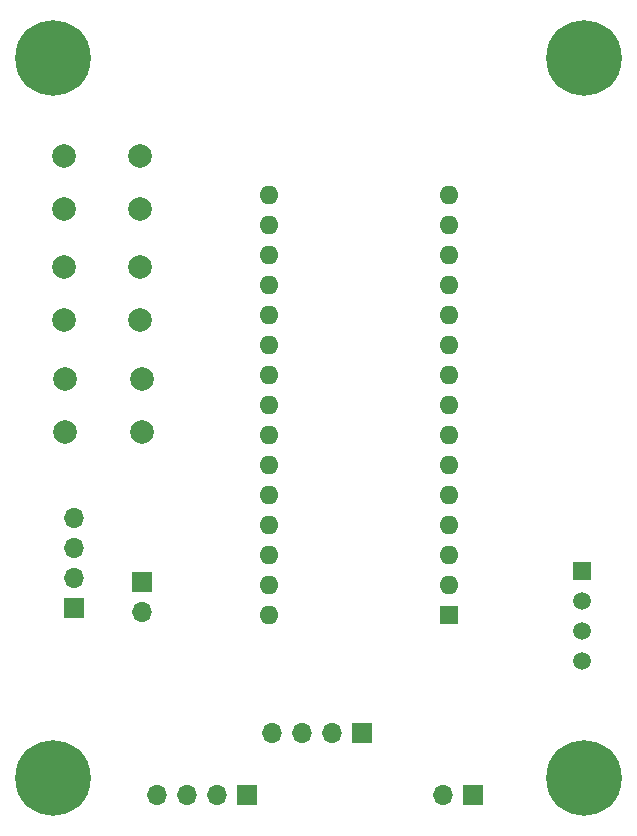
<source format=gbr>
%TF.GenerationSoftware,KiCad,Pcbnew,7.0.2-0*%
%TF.CreationDate,2025-01-08T13:47:25-05:00*%
%TF.ProjectId,plaqchek_mlb,706c6171-6368-4656-9b5f-6d6c622e6b69,rev?*%
%TF.SameCoordinates,Original*%
%TF.FileFunction,Soldermask,Bot*%
%TF.FilePolarity,Negative*%
%FSLAX46Y46*%
G04 Gerber Fmt 4.6, Leading zero omitted, Abs format (unit mm)*
G04 Created by KiCad (PCBNEW 7.0.2-0) date 2025-01-08 13:47:25*
%MOMM*%
%LPD*%
G01*
G04 APERTURE LIST*
%ADD10R,1.700000X1.700000*%
%ADD11O,1.700000X1.700000*%
%ADD12C,6.400000*%
%ADD13R,1.600000X1.600000*%
%ADD14O,1.600000X1.600000*%
%ADD15R,1.500000X1.500000*%
%ADD16C,1.500000*%
%ADD17C,2.000000*%
G04 APERTURE END LIST*
D10*
%TO.C,J3*%
X186800000Y-123800000D03*
D11*
X184260000Y-123800000D03*
%TD*%
D10*
%TO.C,JP1*%
X158750000Y-105750000D03*
D11*
X158750000Y-108290000D03*
%TD*%
D12*
%TO.C,H4*%
X151200000Y-122400000D03*
%TD*%
D10*
%TO.C,J5*%
X153000000Y-108000000D03*
D11*
X153000000Y-105460000D03*
X153000000Y-102920000D03*
X153000000Y-100380000D03*
%TD*%
D12*
%TO.C,H3*%
X196200000Y-61400000D03*
%TD*%
%TO.C,H1*%
X196200000Y-122400000D03*
%TD*%
D10*
%TO.C,J1*%
X167600000Y-123800000D03*
D11*
X165060000Y-123800000D03*
X162520000Y-123800000D03*
X159980000Y-123800000D03*
%TD*%
D12*
%TO.C,H2*%
X151200000Y-61400000D03*
%TD*%
D13*
%TO.C,A1*%
X184740000Y-108560000D03*
D14*
X184740000Y-106020000D03*
X184740000Y-103480000D03*
X184740000Y-100940000D03*
X184740000Y-98400000D03*
X184740000Y-95860000D03*
X184740000Y-93320000D03*
X184740000Y-90780000D03*
X184740000Y-88240000D03*
X184740000Y-85700000D03*
X184740000Y-83160000D03*
X184740000Y-80620000D03*
X184740000Y-78080000D03*
X184740000Y-75540000D03*
X184740000Y-73000000D03*
X169500000Y-73000000D03*
X169500000Y-75540000D03*
X169500000Y-78080000D03*
X169500000Y-80620000D03*
X169500000Y-83160000D03*
X169500000Y-85700000D03*
X169500000Y-88240000D03*
X169500000Y-90780000D03*
X169500000Y-93320000D03*
X169500000Y-95860000D03*
X169500000Y-98400000D03*
X169500000Y-100940000D03*
X169500000Y-103480000D03*
X169500000Y-106020000D03*
X169500000Y-108560000D03*
%TD*%
D15*
%TO.C,U1*%
X196000000Y-104880000D03*
D16*
X196000000Y-107420000D03*
X196000000Y-109960000D03*
X196000000Y-112500000D03*
%TD*%
D17*
%TO.C,SW3*%
X158600000Y-79100000D03*
X152100000Y-79100000D03*
X158600000Y-83600000D03*
X152100000Y-83600000D03*
%TD*%
D10*
%TO.C,J2*%
X177400000Y-118600000D03*
D11*
X174860000Y-118600000D03*
X172320000Y-118600000D03*
X169780000Y-118600000D03*
%TD*%
D17*
%TO.C,SW2*%
X158600000Y-69700000D03*
X152100000Y-69700000D03*
X158600000Y-74200000D03*
X152100000Y-74200000D03*
%TD*%
%TO.C,SW1*%
X152200000Y-93100000D03*
X158700000Y-93100000D03*
X152200000Y-88600000D03*
X158700000Y-88600000D03*
%TD*%
M02*

</source>
